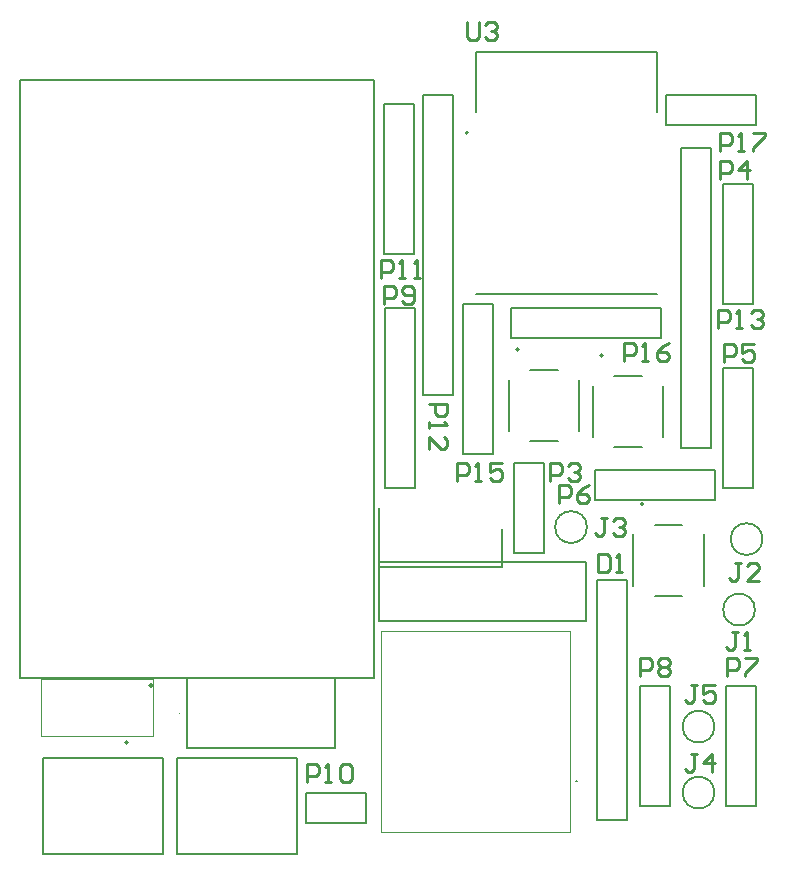
<source format=gto>
G04*
G04 #@! TF.GenerationSoftware,Altium Limited,Altium Designer,20.0.2 (26)*
G04*
G04 Layer_Color=65535*
%FSLAX44Y44*%
%MOMM*%
G71*
G01*
G75*
%ADD10C,0.1500*%
%ADD11C,0.2000*%
%ADD12C,0.1000*%
%ADD13C,0.2500*%
%ADD14C,0.1270*%
%ADD15C,0.2540*%
D10*
X826250Y749300D02*
G03*
X826250Y749300I-13450J0D01*
G01*
Y693420D02*
G03*
X826250Y693420I-13450J0D01*
G01*
X718300Y918210D02*
G03*
X718300Y918210I-13450J0D01*
G01*
X860540Y848360D02*
G03*
X860540Y848360I-13450J0D01*
G01*
X866890Y908050D02*
G03*
X866890Y908050I-13450J0D01*
G01*
D11*
X765900Y937770D02*
G03*
X765900Y937770I-1000J0D01*
G01*
X731610Y1063500D02*
G03*
X731610Y1063500I-1000J0D01*
G01*
X660490Y1068580D02*
G03*
X660490Y1068580I-1000J0D01*
G01*
X327530Y735810D02*
G03*
X329530Y735810I1000J0D01*
G01*
D02*
G03*
X327530Y735810I-1000J0D01*
G01*
X710130Y702850D02*
G03*
X709130Y702850I-500J0D01*
G01*
D02*
G03*
X710130Y702850I500J0D01*
G01*
D02*
G03*
X709130Y702850I-500J0D01*
G01*
X617530Y1252020D02*
G03*
X617530Y1252020I-1000J0D01*
G01*
X833120Y1052830D02*
X858520D01*
Y951230D02*
Y1052830D01*
X833120Y951230D02*
Y1052830D01*
Y951230D02*
X858520D01*
X833120Y1209040D02*
X858520D01*
Y1107440D02*
Y1209040D01*
X833120Y1107440D02*
Y1209040D01*
Y1107440D02*
X858520D01*
X726440Y670560D02*
Y873760D01*
Y670560D02*
X751840D01*
Y873760D01*
X726440D02*
X751840D01*
X763270Y783590D02*
X788670D01*
Y681990D02*
Y783590D01*
X763270Y681990D02*
Y783590D01*
Y681990D02*
X788670D01*
X835660Y783590D02*
X861060D01*
Y681990D02*
Y783590D01*
X835660Y681990D02*
Y783590D01*
Y681990D02*
X861060D01*
X725170Y941070D02*
Y966470D01*
X826770D01*
X725170Y941070D02*
X826770D01*
Y966470D01*
X547370Y951230D02*
Y1103630D01*
X572770Y951230D02*
Y1103630D01*
X547370D02*
X572770D01*
X547370Y951230D02*
X572770D01*
X656590Y896620D02*
X681990D01*
X656590D02*
Y972820D01*
X681990D01*
Y896620D02*
Y972820D01*
X646380Y884490D02*
Y916940D01*
X542180Y884490D02*
X646380D01*
X542180D02*
Y934290D01*
X546100Y1276350D02*
X571500D01*
Y1149350D02*
Y1276350D01*
X546100Y1149350D02*
Y1276350D01*
Y1149350D02*
X571500D01*
X579120Y1029970D02*
X604520D01*
X579120D02*
Y1283970D01*
X604520D01*
Y1264920D02*
Y1283970D01*
Y1029970D02*
Y1264920D01*
X380060Y731230D02*
Y790230D01*
Y731230D02*
X505060D01*
Y790230D01*
X380060D02*
X505060D01*
X238200Y790270D02*
X538440D01*
Y1296790D01*
X238200D02*
X538440D01*
X238200Y790270D02*
Y1296790D01*
X784860Y1258570D02*
X861060D01*
Y1283970D01*
X784860D02*
X861060D01*
X784860Y1258570D02*
Y1283970D01*
X822960Y985520D02*
Y1220470D01*
Y1239520D01*
X797560D02*
X822960D01*
X797560Y985520D02*
Y1239520D01*
Y985520D02*
X822960D01*
X654050Y1078230D02*
Y1103630D01*
X781050D01*
X654050Y1078230D02*
X781050D01*
Y1103630D01*
X613410Y1107440D02*
X638810D01*
Y980440D02*
Y1107440D01*
X613410Y980440D02*
Y1107440D01*
Y980440D02*
X638810D01*
X472439Y641489D02*
Y722488D01*
X370839Y641489D02*
Y722489D01*
Y641489D02*
X472439D01*
X370840Y722488D02*
X472439D01*
X359409Y641489D02*
Y722488D01*
X257809Y641489D02*
Y722489D01*
Y641489D02*
X359409D01*
X257810Y722488D02*
X359409D01*
X530860Y668020D02*
Y693420D01*
X480060Y668020D02*
X530860D01*
X480060D02*
Y693420D01*
X530860D01*
D12*
X374060Y760730D02*
G03*
X373060Y760730I-500J0D01*
G01*
D02*
G03*
X374060Y760730I500J0D01*
G01*
X255880Y741660D02*
X351180D01*
Y789960D01*
X255880D02*
X351180D01*
X255880Y741660D02*
Y789960D01*
X544130Y829850D02*
X704130D01*
X544130Y659850D02*
Y829850D01*
Y659850D02*
X704130D01*
Y829850D01*
D13*
X350570Y784270D02*
G03*
X350570Y784270I-1250J0D01*
G01*
D14*
X757400Y868445D02*
Y912095D01*
X817400Y868445D02*
Y912095D01*
X775575Y920270D02*
X799225D01*
X775575Y860270D02*
X799225D01*
X723110Y994175D02*
Y1037825D01*
X783110Y994175D02*
Y1037825D01*
X741285Y1046000D02*
X764935D01*
X741285Y986000D02*
X764935D01*
X670165Y991080D02*
X693815D01*
X670165Y1051080D02*
X693815D01*
X711990Y999255D02*
Y1042905D01*
X651990Y999255D02*
Y1042905D01*
X717420Y838600D02*
Y888600D01*
X542420Y838600D02*
Y888600D01*
X717420D01*
X542420Y838600D02*
X717420D01*
X624030Y1320270D02*
X778030D01*
Y1269770D02*
Y1320270D01*
X624030Y1115270D02*
X778030D01*
X624030Y1269770D02*
Y1320270D01*
D15*
X830580Y1236980D02*
Y1252215D01*
X838197D01*
X840737Y1249676D01*
Y1244597D01*
X838197Y1242058D01*
X830580D01*
X845815Y1236980D02*
X850893D01*
X848354D01*
Y1252215D01*
X845815Y1249676D01*
X858511Y1252215D02*
X868668D01*
Y1249676D01*
X858511Y1239519D01*
Y1236980D01*
X749300Y1059180D02*
Y1074415D01*
X756917D01*
X759457Y1071876D01*
Y1066797D01*
X756917Y1064258D01*
X749300D01*
X764535Y1059180D02*
X769613D01*
X767074D01*
Y1074415D01*
X764535Y1071876D01*
X787388Y1074415D02*
X782309Y1071876D01*
X777231Y1066797D01*
Y1061719D01*
X779770Y1059180D01*
X784848D01*
X787388Y1061719D01*
Y1064258D01*
X784848Y1066797D01*
X777231D01*
X608330Y957580D02*
Y972815D01*
X615947D01*
X618487Y970276D01*
Y965198D01*
X615947Y962658D01*
X608330D01*
X623565Y957580D02*
X628643D01*
X626104D01*
Y972815D01*
X623565Y970276D01*
X646418Y972815D02*
X636261D01*
Y965198D01*
X641339Y967737D01*
X643878D01*
X646418Y965198D01*
Y960119D01*
X643878Y957580D01*
X638800D01*
X636261Y960119D01*
X829310Y1087120D02*
Y1102355D01*
X836927D01*
X839467Y1099816D01*
Y1094737D01*
X836927Y1092198D01*
X829310D01*
X844545Y1087120D02*
X849623D01*
X847084D01*
Y1102355D01*
X844545Y1099816D01*
X857241D02*
X859780Y1102355D01*
X864858D01*
X867398Y1099816D01*
Y1097277D01*
X864858Y1094737D01*
X862319D01*
X864858D01*
X867398Y1092198D01*
Y1089659D01*
X864858Y1087120D01*
X859780D01*
X857241Y1089659D01*
X617083Y1345804D02*
Y1333108D01*
X619622Y1330569D01*
X624701D01*
X627240Y1333108D01*
Y1345804D01*
X632318Y1343265D02*
X634857Y1345804D01*
X639936D01*
X642475Y1343265D01*
Y1340726D01*
X639936Y1338186D01*
X637396D01*
X639936D01*
X642475Y1335647D01*
Y1333108D01*
X639936Y1330569D01*
X634857D01*
X632318Y1333108D01*
X584200Y1022350D02*
X599435D01*
Y1014733D01*
X596896Y1012193D01*
X591818D01*
X589278Y1014733D01*
Y1022350D01*
X584200Y1007115D02*
Y1002037D01*
Y1004576D01*
X599435D01*
X596896Y1007115D01*
X584200Y984262D02*
Y994419D01*
X594357Y984262D01*
X596896D01*
X599435Y986802D01*
Y991880D01*
X596896Y994419D01*
X543560Y1129030D02*
Y1144265D01*
X551177D01*
X553717Y1141726D01*
Y1136647D01*
X551177Y1134108D01*
X543560D01*
X558795Y1129030D02*
X563873D01*
X561334D01*
Y1144265D01*
X558795Y1141726D01*
X571491Y1129030D02*
X576569D01*
X574030D01*
Y1144265D01*
X571491Y1141726D01*
X481584Y702056D02*
Y717291D01*
X489202D01*
X491741Y714752D01*
Y709673D01*
X489202Y707134D01*
X481584D01*
X496819Y702056D02*
X501897D01*
X499358D01*
Y717291D01*
X496819Y714752D01*
X509515D02*
X512054Y717291D01*
X517132D01*
X519672Y714752D01*
Y704595D01*
X517132Y702056D01*
X512054D01*
X509515Y704595D01*
Y714752D01*
X546100Y1107440D02*
Y1122675D01*
X553717D01*
X556257Y1120136D01*
Y1115058D01*
X553717Y1112518D01*
X546100D01*
X561335Y1109979D02*
X563874Y1107440D01*
X568953D01*
X571492Y1109979D01*
Y1120136D01*
X568953Y1122675D01*
X563874D01*
X561335Y1120136D01*
Y1117597D01*
X563874Y1115058D01*
X571492D01*
X763270Y792480D02*
Y807715D01*
X770888D01*
X773427Y805176D01*
Y800098D01*
X770888Y797558D01*
X763270D01*
X778505Y805176D02*
X781044Y807715D01*
X786123D01*
X788662Y805176D01*
Y802637D01*
X786123Y800098D01*
X788662Y797558D01*
Y795019D01*
X786123Y792480D01*
X781044D01*
X778505Y795019D01*
Y797558D01*
X781044Y800098D01*
X778505Y802637D01*
Y805176D01*
X781044Y800098D02*
X786123D01*
X836930Y792480D02*
Y807715D01*
X844548D01*
X847087Y805176D01*
Y800098D01*
X844548Y797558D01*
X836930D01*
X852165Y807715D02*
X862322D01*
Y805176D01*
X852165Y795019D01*
Y792480D01*
X694690Y938530D02*
Y953765D01*
X702308D01*
X704847Y951226D01*
Y946148D01*
X702308Y943608D01*
X694690D01*
X720082Y953765D02*
X715003Y951226D01*
X709925Y946148D01*
Y941069D01*
X712464Y938530D01*
X717543D01*
X720082Y941069D01*
Y943608D01*
X717543Y946148D01*
X709925D01*
X834390Y1057910D02*
Y1073145D01*
X842008D01*
X844547Y1070606D01*
Y1065527D01*
X842008Y1062988D01*
X834390D01*
X859782Y1073145D02*
X849625D01*
Y1065527D01*
X854703Y1068067D01*
X857243D01*
X859782Y1065527D01*
Y1060449D01*
X857243Y1057910D01*
X852164D01*
X849625Y1060449D01*
X830580Y1212850D02*
Y1228085D01*
X838197D01*
X840737Y1225546D01*
Y1220468D01*
X838197Y1217928D01*
X830580D01*
X853433Y1212850D02*
Y1228085D01*
X845815Y1220468D01*
X855972D01*
X687070Y957580D02*
Y972815D01*
X694688D01*
X697227Y970276D01*
Y965198D01*
X694688Y962658D01*
X687070D01*
X702305Y970276D02*
X704844Y972815D01*
X709923D01*
X712462Y970276D01*
Y967737D01*
X709923Y965198D01*
X707383D01*
X709923D01*
X712462Y962658D01*
Y960119D01*
X709923Y957580D01*
X704844D01*
X702305Y960119D01*
X811527Y784855D02*
X806448D01*
X808988D01*
Y772159D01*
X806448Y769620D01*
X803909D01*
X801370Y772159D01*
X826762Y784855D02*
X816605D01*
Y777237D01*
X821683Y779777D01*
X824223D01*
X826762Y777237D01*
Y772159D01*
X824223Y769620D01*
X819144D01*
X816605Y772159D01*
X811527Y726435D02*
X806448D01*
X808988D01*
Y713739D01*
X806448Y711200D01*
X803909D01*
X801370Y713739D01*
X824223Y711200D02*
Y726435D01*
X816605Y718818D01*
X826762D01*
X735327Y925825D02*
X730248D01*
X732787D01*
Y913129D01*
X730248Y910590D01*
X727709D01*
X725170Y913129D01*
X740405Y923286D02*
X742944Y925825D01*
X748023D01*
X750562Y923286D01*
Y920747D01*
X748023Y918207D01*
X745483D01*
X748023D01*
X750562Y915668D01*
Y913129D01*
X748023Y910590D01*
X742944D01*
X740405Y913129D01*
X848357Y887725D02*
X843278D01*
X845817D01*
Y875029D01*
X843278Y872490D01*
X840739D01*
X838200Y875029D01*
X863592Y872490D02*
X853435D01*
X863592Y882647D01*
Y885186D01*
X861053Y887725D01*
X855974D01*
X853435Y885186D01*
X845817Y829305D02*
X840738D01*
X843278D01*
Y816609D01*
X840738Y814070D01*
X838199D01*
X835660Y816609D01*
X850895Y814070D02*
X855973D01*
X853434D01*
Y829305D01*
X850895Y826766D01*
X727710Y895345D02*
Y880110D01*
X735328D01*
X737867Y882649D01*
Y892806D01*
X735328Y895345D01*
X727710D01*
X742945Y880110D02*
X748023D01*
X745484D01*
Y895345D01*
X742945Y892806D01*
M02*

</source>
